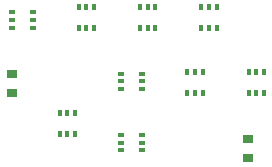
<source format=gtp>
G75*
%MOIN*%
%OFA0B0*%
%FSLAX25Y25*%
%IPPOS*%
%LPD*%
%AMOC8*
5,1,8,0,0,1.08239X$1,22.5*
%
%ADD10R,0.02356X0.01254*%
%ADD11R,0.01254X0.02356*%
%ADD12R,0.03600X0.03100*%
D10*
X0091000Y0079386D03*
X0091000Y0081945D03*
X0091000Y0084504D03*
X0098087Y0084504D03*
X0098087Y0081945D03*
X0098087Y0079386D03*
X0098087Y0099858D03*
X0098087Y0102417D03*
X0098087Y0104976D03*
X0091000Y0104976D03*
X0091000Y0102417D03*
X0091000Y0099858D03*
X0061866Y0120331D03*
X0061866Y0122890D03*
X0061866Y0125449D03*
X0054780Y0125449D03*
X0054780Y0122890D03*
X0054780Y0120331D03*
D11*
X0077024Y0120134D03*
X0079583Y0120134D03*
X0082142Y0120134D03*
X0082142Y0127220D03*
X0079583Y0127220D03*
X0077024Y0127220D03*
X0097496Y0127220D03*
X0100055Y0127220D03*
X0102614Y0127220D03*
X0102614Y0120134D03*
X0100055Y0120134D03*
X0097496Y0120134D03*
X0117969Y0120134D03*
X0120528Y0120134D03*
X0123087Y0120134D03*
X0123087Y0127220D03*
X0120528Y0127220D03*
X0117969Y0127220D03*
X0118362Y0105567D03*
X0115803Y0105567D03*
X0113244Y0105567D03*
X0113244Y0098480D03*
X0115803Y0098480D03*
X0118362Y0098480D03*
X0133717Y0098480D03*
X0136276Y0098480D03*
X0138835Y0098480D03*
X0138835Y0105567D03*
X0136276Y0105567D03*
X0133717Y0105567D03*
X0075843Y0091787D03*
X0073283Y0091787D03*
X0070724Y0091787D03*
X0070724Y0084701D03*
X0073283Y0084701D03*
X0075843Y0084701D03*
D12*
X0054780Y0098378D03*
X0054780Y0104882D03*
X0133520Y0083228D03*
X0133520Y0076724D03*
M02*

</source>
